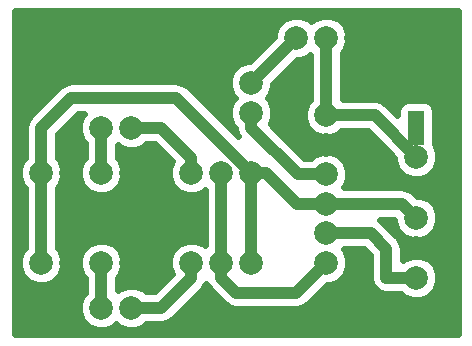
<source format=gbr>
G04 #@! TF.FileFunction,Copper,L1,Top,Signal*
%FSLAX46Y46*%
G04 Gerber Fmt 4.6, Leading zero omitted, Abs format (unit mm)*
G04 Created by KiCad (PCBNEW 4.0.7-e1-6374~58~ubuntu17.04.1) date Mon Jul 31 10:08:06 2017*
%MOMM*%
%LPD*%
G01*
G04 APERTURE LIST*
%ADD10C,0.100000*%
%ADD11C,2.000000*%
%ADD12R,1.399540X2.999740*%
%ADD13C,1.000000*%
%ADD14C,0.554000*%
G04 APERTURE END LIST*
D10*
D11*
X20320000Y21590000D03*
X20320000Y19050000D03*
X2540000Y6350000D03*
X5080000Y6350000D03*
X17780000Y6350000D03*
X20320000Y6350000D03*
X7620000Y6350000D03*
X10160000Y6350000D03*
X15240000Y6350000D03*
X12700000Y6350000D03*
X20320000Y13970000D03*
X17780000Y13970000D03*
X15240000Y13970000D03*
X12700000Y13970000D03*
X10160000Y13970000D03*
X7620000Y13970000D03*
X5080000Y13970000D03*
X2540000Y13970000D03*
X26670000Y6350000D03*
X26670000Y8850000D03*
X26670000Y11350000D03*
X26670000Y13850000D03*
X26670000Y16350000D03*
X26670000Y18850000D03*
X7620000Y17780000D03*
X10160000Y17780000D03*
X26670000Y25400000D03*
X29210000Y25400000D03*
X24130000Y25400000D03*
D12*
X34290000Y17719040D03*
X34290000Y22920960D03*
D11*
X34290000Y15318740D03*
X34290000Y25321260D03*
X34290000Y5080000D03*
X34290000Y7620000D03*
X34290000Y10160000D03*
X10160000Y2540000D03*
X7620000Y2540000D03*
D13*
X20320000Y21590000D02*
X24130000Y25400000D01*
X20320000Y19050000D02*
X20320000Y17780000D01*
X24250000Y13850000D02*
X26670000Y13850000D01*
X20320000Y17780000D02*
X24250000Y13850000D01*
X26550000Y13970000D02*
X26670000Y13850000D01*
X26670000Y11350000D02*
X33100000Y11350000D01*
X33100000Y11350000D02*
X34290000Y10160000D01*
X20320000Y13970000D02*
X21590000Y13970000D01*
X24210000Y11350000D02*
X26670000Y11350000D01*
X21590000Y13970000D02*
X24210000Y11350000D01*
X2540000Y13970000D02*
X2540000Y17780000D01*
X13970000Y20320000D02*
X20320000Y13970000D01*
X5080000Y20320000D02*
X13970000Y20320000D01*
X2540000Y17780000D02*
X5080000Y20320000D01*
X20320000Y13970000D02*
X20320000Y7620000D01*
X20320000Y7620000D02*
X20320000Y6350000D01*
X2540000Y13970000D02*
X2540000Y6350000D01*
X17780000Y6350000D02*
X17780000Y5080000D01*
X17780000Y5080000D02*
X19050000Y3810000D01*
X24130000Y3810000D02*
X26670000Y6350000D01*
X19050000Y3810000D02*
X24130000Y3810000D01*
X17780000Y6350000D02*
X17780000Y13970000D01*
X7620000Y2540000D02*
X7620000Y6350000D01*
X10160000Y2540000D02*
X12700000Y2540000D01*
X15240000Y5080000D02*
X15240000Y6350000D01*
X12700000Y2540000D02*
X15240000Y5080000D01*
X10160000Y17780000D02*
X12700000Y17780000D01*
X15240000Y15240000D02*
X15240000Y13970000D01*
X12700000Y17780000D02*
X15240000Y15240000D01*
X7620000Y17780000D02*
X7620000Y13970000D01*
X26670000Y8850000D02*
X30440000Y8850000D01*
X31750000Y5080000D02*
X34290000Y5080000D01*
X31750000Y7540000D02*
X31750000Y5080000D01*
X30440000Y8850000D02*
X31750000Y7540000D01*
X26670000Y18850000D02*
X30758740Y18850000D01*
X30758740Y18850000D02*
X34290000Y15318740D01*
X26670000Y25400000D02*
X26670000Y18850000D01*
D14*
G36*
X37823000Y277000D02*
X277000Y277000D01*
X277000Y13598280D01*
X662675Y13598280D01*
X947829Y12908154D01*
X1163000Y12692607D01*
X1163000Y7627567D01*
X949684Y7414624D01*
X663326Y6724996D01*
X662675Y5978280D01*
X947829Y5288154D01*
X1475376Y4759684D01*
X2165004Y4473326D01*
X2911720Y4472675D01*
X3601846Y4757829D01*
X4130316Y5285376D01*
X4416674Y5975004D01*
X4417325Y6721720D01*
X4132171Y7411846D01*
X3917000Y7627393D01*
X3917000Y12692433D01*
X4130316Y12905376D01*
X4416674Y13595004D01*
X4417325Y14341720D01*
X4132171Y15031846D01*
X3917000Y15247393D01*
X3917000Y17209628D01*
X5650372Y18943000D01*
X6128232Y18943000D01*
X6029684Y18844624D01*
X5743326Y18154996D01*
X5742675Y17408280D01*
X6027829Y16718154D01*
X6243000Y16502607D01*
X6243000Y15247567D01*
X6029684Y15034624D01*
X5743326Y14344996D01*
X5742675Y13598280D01*
X6027829Y12908154D01*
X6555376Y12379684D01*
X7245004Y12093326D01*
X7991720Y12092675D01*
X8681846Y12377829D01*
X9210316Y12905376D01*
X9496674Y13595004D01*
X9497325Y14341720D01*
X9212171Y15031846D01*
X8997000Y15247393D01*
X8997000Y16288232D01*
X9095376Y16189684D01*
X9785004Y15903326D01*
X10531720Y15902675D01*
X11221846Y16187829D01*
X11437393Y16403000D01*
X12129628Y16403000D01*
X13605181Y14927447D01*
X13363326Y14344996D01*
X13362675Y13598280D01*
X13647829Y12908154D01*
X14175376Y12379684D01*
X14865004Y12093326D01*
X15611720Y12092675D01*
X16301846Y12377829D01*
X16403000Y12478806D01*
X16403000Y7841768D01*
X16304624Y7940316D01*
X15614996Y8226674D01*
X14868280Y8227325D01*
X14178154Y7942171D01*
X13649684Y7414624D01*
X13363326Y6724996D01*
X13362675Y5978280D01*
X13604835Y5392207D01*
X12129628Y3917000D01*
X11437567Y3917000D01*
X11224624Y4130316D01*
X10534996Y4416674D01*
X9788280Y4417325D01*
X9098154Y4132171D01*
X8997000Y4031194D01*
X8997000Y5072433D01*
X9210316Y5285376D01*
X9496674Y5975004D01*
X9497325Y6721720D01*
X9212171Y7411846D01*
X8684624Y7940316D01*
X7994996Y8226674D01*
X7248280Y8227325D01*
X6558154Y7942171D01*
X6029684Y7414624D01*
X5743326Y6724996D01*
X5742675Y5978280D01*
X6027829Y5288154D01*
X6243000Y5072607D01*
X6243000Y3817567D01*
X6029684Y3604624D01*
X5743326Y2914996D01*
X5742675Y2168280D01*
X6027829Y1478154D01*
X6555376Y949684D01*
X7245004Y663326D01*
X7991720Y662675D01*
X8681846Y947829D01*
X8889900Y1155520D01*
X9095376Y949684D01*
X9785004Y663326D01*
X10531720Y662675D01*
X11221846Y947829D01*
X11437393Y1163000D01*
X12700000Y1163000D01*
X13226955Y1267818D01*
X13673686Y1566314D01*
X16213686Y4106314D01*
X16510000Y4549779D01*
X16806314Y4106314D01*
X18076314Y2836314D01*
X18523045Y2537818D01*
X19050000Y2433000D01*
X24130000Y2433000D01*
X24656955Y2537818D01*
X25103686Y2836314D01*
X26740310Y4472938D01*
X27041720Y4472675D01*
X27731846Y4757829D01*
X28260316Y5285376D01*
X28546674Y5975004D01*
X28547325Y6721720D01*
X28262171Y7411846D01*
X28201124Y7473000D01*
X29869628Y7473000D01*
X30373000Y6969628D01*
X30373000Y5080000D01*
X30477818Y4553045D01*
X30776314Y4106314D01*
X31223045Y3807818D01*
X31750000Y3703000D01*
X33012433Y3703000D01*
X33225376Y3489684D01*
X33915004Y3203326D01*
X34661720Y3202675D01*
X35351846Y3487829D01*
X35880316Y4015376D01*
X36166674Y4705004D01*
X36167325Y5451720D01*
X35882171Y6141846D01*
X35354624Y6670316D01*
X34664996Y6956674D01*
X33918280Y6957325D01*
X33228154Y6672171D01*
X33127000Y6571194D01*
X33127000Y7540000D01*
X33022182Y8066955D01*
X32723686Y8513686D01*
X31413686Y9823686D01*
X31190222Y9973000D01*
X32412836Y9973000D01*
X32412675Y9788280D01*
X32697829Y9098154D01*
X33225376Y8569684D01*
X33915004Y8283326D01*
X34661720Y8282675D01*
X35351846Y8567829D01*
X35880316Y9095376D01*
X36166674Y9785004D01*
X36167325Y10531720D01*
X35882171Y11221846D01*
X35354624Y11750316D01*
X34664996Y12036674D01*
X34360432Y12036940D01*
X34073686Y12323686D01*
X33626955Y12622182D01*
X33100000Y12727000D01*
X28201838Y12727000D01*
X28260316Y12785376D01*
X28546674Y13475004D01*
X28547325Y14221720D01*
X28262171Y14911846D01*
X27734624Y15440316D01*
X27044996Y15726674D01*
X26298280Y15727325D01*
X25608154Y15442171D01*
X25392607Y15227000D01*
X24820372Y15227000D01*
X21954819Y18092553D01*
X22196674Y18675004D01*
X22197325Y19421720D01*
X21912171Y20111846D01*
X21704480Y20319900D01*
X21910316Y20525376D01*
X22196674Y21215004D01*
X22196940Y21519568D01*
X24200310Y23522938D01*
X24501720Y23522675D01*
X25191846Y23807829D01*
X25293000Y23908806D01*
X25293000Y20127567D01*
X25079684Y19914624D01*
X24793326Y19224996D01*
X24792675Y18478280D01*
X25077829Y17788154D01*
X25605376Y17259684D01*
X26295004Y16973326D01*
X27041720Y16972675D01*
X27731846Y17257829D01*
X27947393Y17473000D01*
X30188368Y17473000D01*
X32412938Y15248430D01*
X32412675Y14947020D01*
X32697829Y14256894D01*
X33225376Y13728424D01*
X33915004Y13442066D01*
X34661720Y13441415D01*
X35351846Y13726569D01*
X35880316Y14254116D01*
X36166674Y14943744D01*
X36167325Y15690460D01*
X35883951Y16376278D01*
X35883951Y19218910D01*
X35822799Y19543907D01*
X35630726Y19842396D01*
X35337656Y20042642D01*
X34989770Y20113091D01*
X33590230Y20113091D01*
X33265233Y20051939D01*
X32966744Y19859866D01*
X32766498Y19566796D01*
X32696049Y19218910D01*
X32696049Y18860063D01*
X31732426Y19823686D01*
X31285695Y20122182D01*
X30758740Y20227000D01*
X28047000Y20227000D01*
X28047000Y24122433D01*
X28260316Y24335376D01*
X28546674Y25025004D01*
X28547325Y25771720D01*
X28262171Y26461846D01*
X27734624Y26990316D01*
X27044996Y27276674D01*
X26298280Y27277325D01*
X25608154Y26992171D01*
X25400100Y26784480D01*
X25194624Y26990316D01*
X24504996Y27276674D01*
X23758280Y27277325D01*
X23068154Y26992171D01*
X22539684Y26464624D01*
X22253326Y25774996D01*
X22253060Y25470432D01*
X20249690Y23467062D01*
X19948280Y23467325D01*
X19258154Y23182171D01*
X18729684Y22654624D01*
X18443326Y21964996D01*
X18442675Y21218280D01*
X18727829Y20528154D01*
X18935520Y20320100D01*
X18729684Y20114624D01*
X18443326Y19424996D01*
X18442675Y18678280D01*
X18727829Y17988154D01*
X18944837Y17770767D01*
X19047818Y17253045D01*
X19175668Y17061704D01*
X14943686Y21293686D01*
X14496955Y21592182D01*
X13970000Y21697000D01*
X5080000Y21697000D01*
X4553045Y21592182D01*
X4106314Y21293686D01*
X1566314Y18753686D01*
X1267818Y18306955D01*
X1163000Y17780000D01*
X1163000Y15247567D01*
X949684Y15034624D01*
X663326Y14344996D01*
X662675Y13598280D01*
X277000Y13598280D01*
X277000Y27663000D01*
X37823000Y27663000D01*
X37823000Y277000D01*
X37823000Y277000D01*
G37*
X37823000Y277000D02*
X277000Y277000D01*
X277000Y13598280D01*
X662675Y13598280D01*
X947829Y12908154D01*
X1163000Y12692607D01*
X1163000Y7627567D01*
X949684Y7414624D01*
X663326Y6724996D01*
X662675Y5978280D01*
X947829Y5288154D01*
X1475376Y4759684D01*
X2165004Y4473326D01*
X2911720Y4472675D01*
X3601846Y4757829D01*
X4130316Y5285376D01*
X4416674Y5975004D01*
X4417325Y6721720D01*
X4132171Y7411846D01*
X3917000Y7627393D01*
X3917000Y12692433D01*
X4130316Y12905376D01*
X4416674Y13595004D01*
X4417325Y14341720D01*
X4132171Y15031846D01*
X3917000Y15247393D01*
X3917000Y17209628D01*
X5650372Y18943000D01*
X6128232Y18943000D01*
X6029684Y18844624D01*
X5743326Y18154996D01*
X5742675Y17408280D01*
X6027829Y16718154D01*
X6243000Y16502607D01*
X6243000Y15247567D01*
X6029684Y15034624D01*
X5743326Y14344996D01*
X5742675Y13598280D01*
X6027829Y12908154D01*
X6555376Y12379684D01*
X7245004Y12093326D01*
X7991720Y12092675D01*
X8681846Y12377829D01*
X9210316Y12905376D01*
X9496674Y13595004D01*
X9497325Y14341720D01*
X9212171Y15031846D01*
X8997000Y15247393D01*
X8997000Y16288232D01*
X9095376Y16189684D01*
X9785004Y15903326D01*
X10531720Y15902675D01*
X11221846Y16187829D01*
X11437393Y16403000D01*
X12129628Y16403000D01*
X13605181Y14927447D01*
X13363326Y14344996D01*
X13362675Y13598280D01*
X13647829Y12908154D01*
X14175376Y12379684D01*
X14865004Y12093326D01*
X15611720Y12092675D01*
X16301846Y12377829D01*
X16403000Y12478806D01*
X16403000Y7841768D01*
X16304624Y7940316D01*
X15614996Y8226674D01*
X14868280Y8227325D01*
X14178154Y7942171D01*
X13649684Y7414624D01*
X13363326Y6724996D01*
X13362675Y5978280D01*
X13604835Y5392207D01*
X12129628Y3917000D01*
X11437567Y3917000D01*
X11224624Y4130316D01*
X10534996Y4416674D01*
X9788280Y4417325D01*
X9098154Y4132171D01*
X8997000Y4031194D01*
X8997000Y5072433D01*
X9210316Y5285376D01*
X9496674Y5975004D01*
X9497325Y6721720D01*
X9212171Y7411846D01*
X8684624Y7940316D01*
X7994996Y8226674D01*
X7248280Y8227325D01*
X6558154Y7942171D01*
X6029684Y7414624D01*
X5743326Y6724996D01*
X5742675Y5978280D01*
X6027829Y5288154D01*
X6243000Y5072607D01*
X6243000Y3817567D01*
X6029684Y3604624D01*
X5743326Y2914996D01*
X5742675Y2168280D01*
X6027829Y1478154D01*
X6555376Y949684D01*
X7245004Y663326D01*
X7991720Y662675D01*
X8681846Y947829D01*
X8889900Y1155520D01*
X9095376Y949684D01*
X9785004Y663326D01*
X10531720Y662675D01*
X11221846Y947829D01*
X11437393Y1163000D01*
X12700000Y1163000D01*
X13226955Y1267818D01*
X13673686Y1566314D01*
X16213686Y4106314D01*
X16510000Y4549779D01*
X16806314Y4106314D01*
X18076314Y2836314D01*
X18523045Y2537818D01*
X19050000Y2433000D01*
X24130000Y2433000D01*
X24656955Y2537818D01*
X25103686Y2836314D01*
X26740310Y4472938D01*
X27041720Y4472675D01*
X27731846Y4757829D01*
X28260316Y5285376D01*
X28546674Y5975004D01*
X28547325Y6721720D01*
X28262171Y7411846D01*
X28201124Y7473000D01*
X29869628Y7473000D01*
X30373000Y6969628D01*
X30373000Y5080000D01*
X30477818Y4553045D01*
X30776314Y4106314D01*
X31223045Y3807818D01*
X31750000Y3703000D01*
X33012433Y3703000D01*
X33225376Y3489684D01*
X33915004Y3203326D01*
X34661720Y3202675D01*
X35351846Y3487829D01*
X35880316Y4015376D01*
X36166674Y4705004D01*
X36167325Y5451720D01*
X35882171Y6141846D01*
X35354624Y6670316D01*
X34664996Y6956674D01*
X33918280Y6957325D01*
X33228154Y6672171D01*
X33127000Y6571194D01*
X33127000Y7540000D01*
X33022182Y8066955D01*
X32723686Y8513686D01*
X31413686Y9823686D01*
X31190222Y9973000D01*
X32412836Y9973000D01*
X32412675Y9788280D01*
X32697829Y9098154D01*
X33225376Y8569684D01*
X33915004Y8283326D01*
X34661720Y8282675D01*
X35351846Y8567829D01*
X35880316Y9095376D01*
X36166674Y9785004D01*
X36167325Y10531720D01*
X35882171Y11221846D01*
X35354624Y11750316D01*
X34664996Y12036674D01*
X34360432Y12036940D01*
X34073686Y12323686D01*
X33626955Y12622182D01*
X33100000Y12727000D01*
X28201838Y12727000D01*
X28260316Y12785376D01*
X28546674Y13475004D01*
X28547325Y14221720D01*
X28262171Y14911846D01*
X27734624Y15440316D01*
X27044996Y15726674D01*
X26298280Y15727325D01*
X25608154Y15442171D01*
X25392607Y15227000D01*
X24820372Y15227000D01*
X21954819Y18092553D01*
X22196674Y18675004D01*
X22197325Y19421720D01*
X21912171Y20111846D01*
X21704480Y20319900D01*
X21910316Y20525376D01*
X22196674Y21215004D01*
X22196940Y21519568D01*
X24200310Y23522938D01*
X24501720Y23522675D01*
X25191846Y23807829D01*
X25293000Y23908806D01*
X25293000Y20127567D01*
X25079684Y19914624D01*
X24793326Y19224996D01*
X24792675Y18478280D01*
X25077829Y17788154D01*
X25605376Y17259684D01*
X26295004Y16973326D01*
X27041720Y16972675D01*
X27731846Y17257829D01*
X27947393Y17473000D01*
X30188368Y17473000D01*
X32412938Y15248430D01*
X32412675Y14947020D01*
X32697829Y14256894D01*
X33225376Y13728424D01*
X33915004Y13442066D01*
X34661720Y13441415D01*
X35351846Y13726569D01*
X35880316Y14254116D01*
X36166674Y14943744D01*
X36167325Y15690460D01*
X35883951Y16376278D01*
X35883951Y19218910D01*
X35822799Y19543907D01*
X35630726Y19842396D01*
X35337656Y20042642D01*
X34989770Y20113091D01*
X33590230Y20113091D01*
X33265233Y20051939D01*
X32966744Y19859866D01*
X32766498Y19566796D01*
X32696049Y19218910D01*
X32696049Y18860063D01*
X31732426Y19823686D01*
X31285695Y20122182D01*
X30758740Y20227000D01*
X28047000Y20227000D01*
X28047000Y24122433D01*
X28260316Y24335376D01*
X28546674Y25025004D01*
X28547325Y25771720D01*
X28262171Y26461846D01*
X27734624Y26990316D01*
X27044996Y27276674D01*
X26298280Y27277325D01*
X25608154Y26992171D01*
X25400100Y26784480D01*
X25194624Y26990316D01*
X24504996Y27276674D01*
X23758280Y27277325D01*
X23068154Y26992171D01*
X22539684Y26464624D01*
X22253326Y25774996D01*
X22253060Y25470432D01*
X20249690Y23467062D01*
X19948280Y23467325D01*
X19258154Y23182171D01*
X18729684Y22654624D01*
X18443326Y21964996D01*
X18442675Y21218280D01*
X18727829Y20528154D01*
X18935520Y20320100D01*
X18729684Y20114624D01*
X18443326Y19424996D01*
X18442675Y18678280D01*
X18727829Y17988154D01*
X18944837Y17770767D01*
X19047818Y17253045D01*
X19175668Y17061704D01*
X14943686Y21293686D01*
X14496955Y21592182D01*
X13970000Y21697000D01*
X5080000Y21697000D01*
X4553045Y21592182D01*
X4106314Y21293686D01*
X1566314Y18753686D01*
X1267818Y18306955D01*
X1163000Y17780000D01*
X1163000Y15247567D01*
X949684Y15034624D01*
X663326Y14344996D01*
X662675Y13598280D01*
X277000Y13598280D01*
X277000Y27663000D01*
X37823000Y27663000D01*
X37823000Y277000D01*
M02*

</source>
